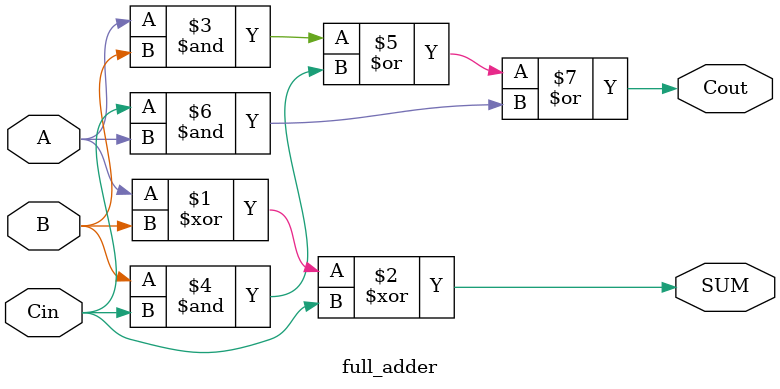
<source format=v>
`timescale 1ns / 1ps

module full_adder(
    input A,
    input B,
    input Cin,
    output SUM,
    output Cout
);
    assign SUM  = A ^ B ^ Cin;
    assign Cout = (A & B) | (B & Cin) | (Cin & A);
endmodule


</source>
